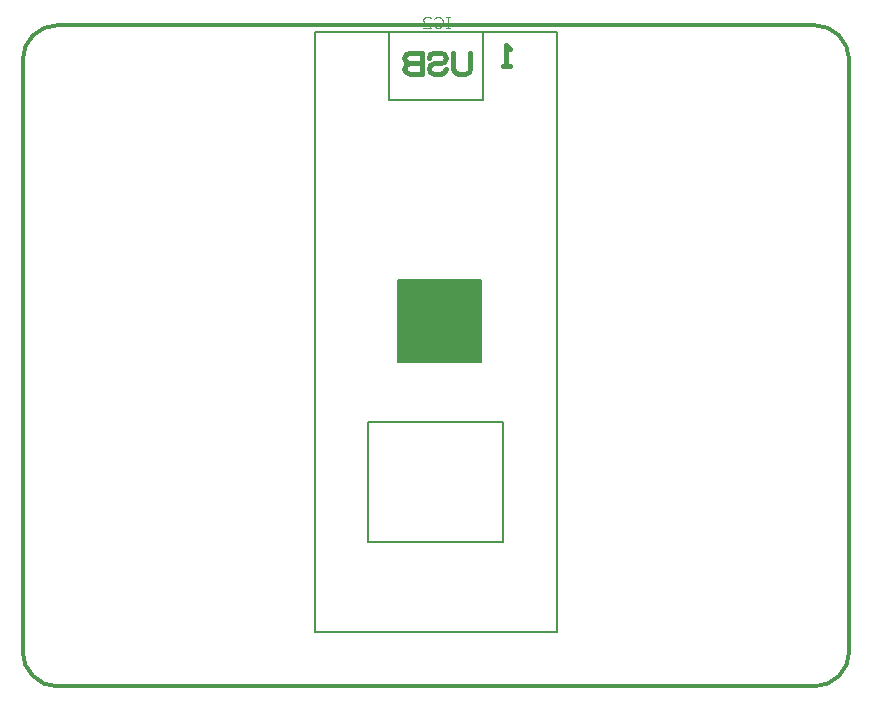
<source format=gbr>
G04 GENERATED BY PULSONIX 12.5 GERBER.DLL 9449*
G04 #@! TF.GenerationSoftware,Pulsonix,Pulsonix,12.5.9449*
G04 #@! TF.CreationDate,2025-01-20T21:22:03--1:00*
G04 #@! TF.Part,Single*
%FSLAX35Y35*%
%LPD*%
%MOMM*%
G04 #@! TF.FileFunction,Legend,Bot*
G04 #@! TF.FilePolarity,Positive*
G04 #@! TA.AperFunction,Profile*
%ADD10C,0.30000*%
G04 #@! TA.AperFunction,Material*
%ADD12C,0.20000*%
G04 #@! TD.AperFunction*
%ADD76C,0.45000*%
%ADD77C,0.10000*%
G04 #@! TD.AperFunction*
X0Y0D02*
D02*
D10*
X750000Y5925000D02*
X7150000D01*
G75*
G02*
X7450000Y5625000I0J-300000D01*
G01*
Y625000D01*
G75*
G02*
X7150000Y325000I-300000J0D01*
G01*
X750000D01*
G75*
G02*
X450000Y625000I0J300000D01*
G01*
Y5625000D01*
G75*
G02*
X750000Y5925000I300000J0D01*
G01*
D02*
D12*
X4331000Y3769500D02*
X3632500D01*
Y3071000D01*
X4331000D01*
Y3769500D01*
G36*
X4331000Y3769500D02*
X3632500D01*
Y3071000D01*
X4331000D01*
Y3769500D01*
G37*
X4350000Y5865000D02*
X3550000D01*
Y5293500D01*
X4350000D01*
Y5865000D01*
X4521500Y2563000D02*
X3378500D01*
Y1547000D01*
X4521500D01*
Y2563000D01*
X4977000Y785000D02*
Y5865000D01*
X2923000D01*
Y785000D01*
X4977000D01*
D02*
D76*
X4242735Y5690618D02*
X4242735Y5556147D01*
X4227794Y5526265D01*
X4197911Y5511324D01*
X4138147D01*
X4108264Y5526265D01*
X4093323Y5556147D01*
Y5690618D01*
X4036995Y5556147D02*
X4022054Y5526265D01*
X3992171Y5511324D01*
X3932407D01*
X3902524Y5526265D01*
X3887583Y5556147D01*
X3902524Y5586029D01*
X3932407Y5600971D01*
X3992171D01*
X4022054Y5615912D01*
X4036995Y5645794D01*
X4022054Y5675676D01*
X3992171Y5690618D01*
X3932407D01*
X3902524Y5675676D01*
X3887583Y5645794D01*
X3726667Y5600971D02*
X3696784Y5586029D01*
X3681843Y5556147D01*
X3696784Y5526265D01*
X3726667Y5511324D01*
X3831255D01*
Y5690618D01*
X3726667D01*
X3696784Y5675676D01*
X3681843Y5645794D01*
X3696784Y5615912D01*
X3726667Y5600971D01*
X3831255D01*
X4576618Y5574824D02*
X4516853Y5574824D01*
X4546735D02*
X4546735Y5754118D01*
X4576618Y5724235D01*
D02*
D77*
X4066675Y5897941D02*
X4036087Y5897941D01*
X4051381D02*
X4051381Y5989706D01*
X4066675D02*
X4036087Y5989706D01*
X3934304Y5913235D02*
X3941951Y5905588D01*
X3957246Y5897941D01*
X3980187D01*
X3995481Y5905588D01*
X4003128Y5913235D01*
X4010775Y5928529D01*
Y5959118D01*
X4003128Y5974412D01*
X3995481Y5982059D01*
X3980187Y5989706D01*
X3957246D01*
X3941951Y5982059D01*
X3934304Y5974412D01*
X3844299Y5897941D02*
X3905475Y5897941D01*
X3851946Y5951471D01*
X3844299Y5966765D01*
X3851946Y5982059D01*
X3867240Y5989706D01*
X3890181D01*
X3905475Y5982059D01*
X0Y0D02*
M02*

</source>
